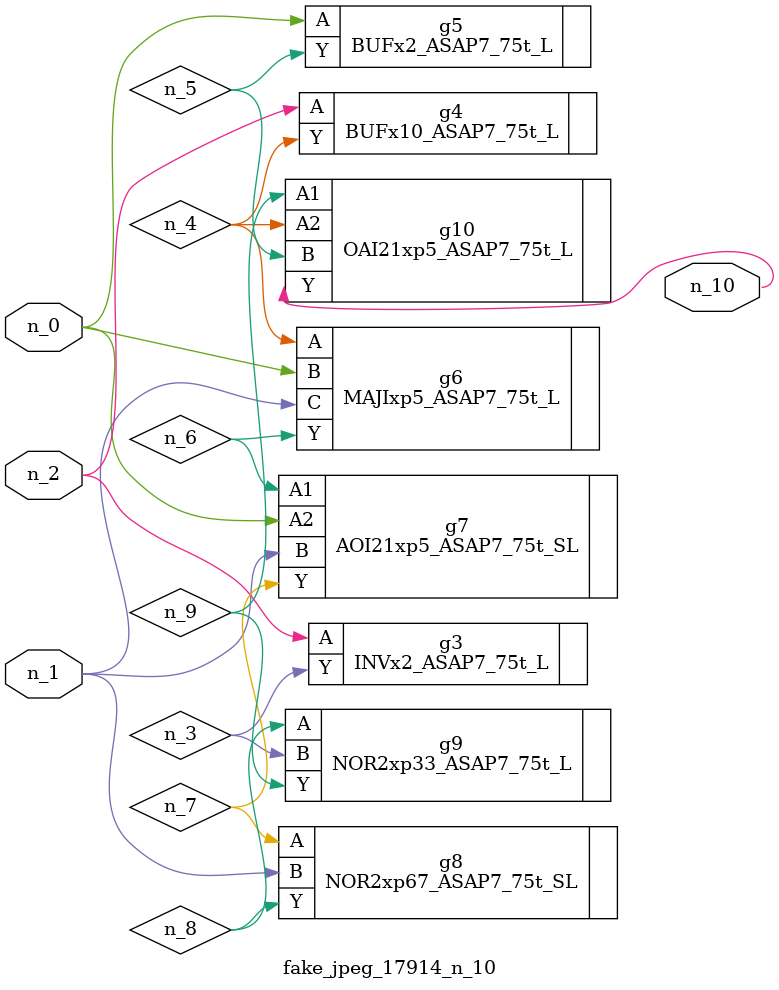
<source format=v>
module fake_jpeg_17914_n_10 (n_0, n_2, n_1, n_10);

input n_0;
input n_2;
input n_1;

output n_10;

wire n_3;
wire n_4;
wire n_8;
wire n_9;
wire n_6;
wire n_5;
wire n_7;

INVx2_ASAP7_75t_L g3 ( 
.A(n_2),
.Y(n_3)
);

BUFx10_ASAP7_75t_L g4 ( 
.A(n_2),
.Y(n_4)
);

BUFx2_ASAP7_75t_L g5 ( 
.A(n_0),
.Y(n_5)
);

MAJIxp5_ASAP7_75t_L g6 ( 
.A(n_4),
.B(n_0),
.C(n_1),
.Y(n_6)
);

AOI21xp5_ASAP7_75t_SL g7 ( 
.A1(n_6),
.A2(n_0),
.B(n_1),
.Y(n_7)
);

NOR2xp67_ASAP7_75t_SL g8 ( 
.A(n_7),
.B(n_1),
.Y(n_8)
);

NOR2xp33_ASAP7_75t_L g9 ( 
.A(n_8),
.B(n_3),
.Y(n_9)
);

OAI21xp5_ASAP7_75t_L g10 ( 
.A1(n_9),
.A2(n_4),
.B(n_5),
.Y(n_10)
);


endmodule
</source>
